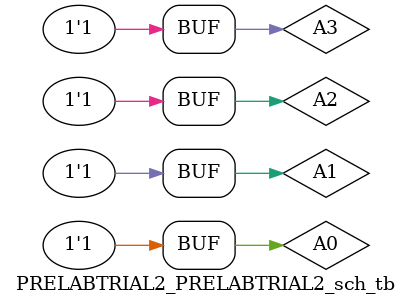
<source format=v>

`timescale 1ns / 1ps

module PRELABTRIAL2_PRELABTRIAL2_sch_tb();

// Inputs
   reg A0;
   reg A1;
   reg A2;
   reg A3;

// Output
   wire q0;
   wire qq1;
   wire qq2;
   wire qq3;
   wire qq4;

// Bidirs

// Instantiate the UUT
   PRELAB UUT (
		.A0(A0), 
		.A1(A1), 
		.A2(A2), 
		.A3(A3), 
		.q0(q0), 
		.qq1(qq1), 
		.qq2(qq2), 
		.qq3(qq3), 
		.qq4(qq4)
   );
// Initialize Inputs

       initial begin
		A3 = 0; A2 = 0; A1 = 0; A0 = 0; #10;
		A3 = 0; A2 = 0; A1 = 0; A0 = 1; #10;
		A3 = 0; A2 = 0; A1 = 1; A0 = 0; #10;
		A3 = 0; A2 = 0; A1 = 1; A0 = 1; #10;
		A3 = 0; A2 = 1; A1 = 0; A0 = 0; #10;
		A3 = 0; A2 = 1; A1 = 0; A0 = 1; #10;
		A3 = 0; A2 = 1; A1 = 1; A0 = 0; #10;
		A3 = 0; A2 = 1; A1 = 1; A0 = 1; #10; 
		A3 = 1; A2 = 0; A1 = 0; A0 = 0; #10;
		A3 = 1; A2 = 0; A1 = 0; A0 = 1; #10;
		A3 = 1; A2 = 0; A1 = 1; A0 = 0; #10;
		A3 = 1; A2 = 0; A1 = 1; A0 = 1; #10;
		A3 = 1; A2 = 1; A1 = 0; A0 = 0; #10;
		A3 = 1; A2 = 1; A1 = 0; A0 = 1; #10;
		A3 = 1; A2 = 1; A1 = 1; A0 = 0; #10;
		A3 = 1; A2 = 1; A1 = 1; A0 = 1; #10;

end
endmodule

</source>
